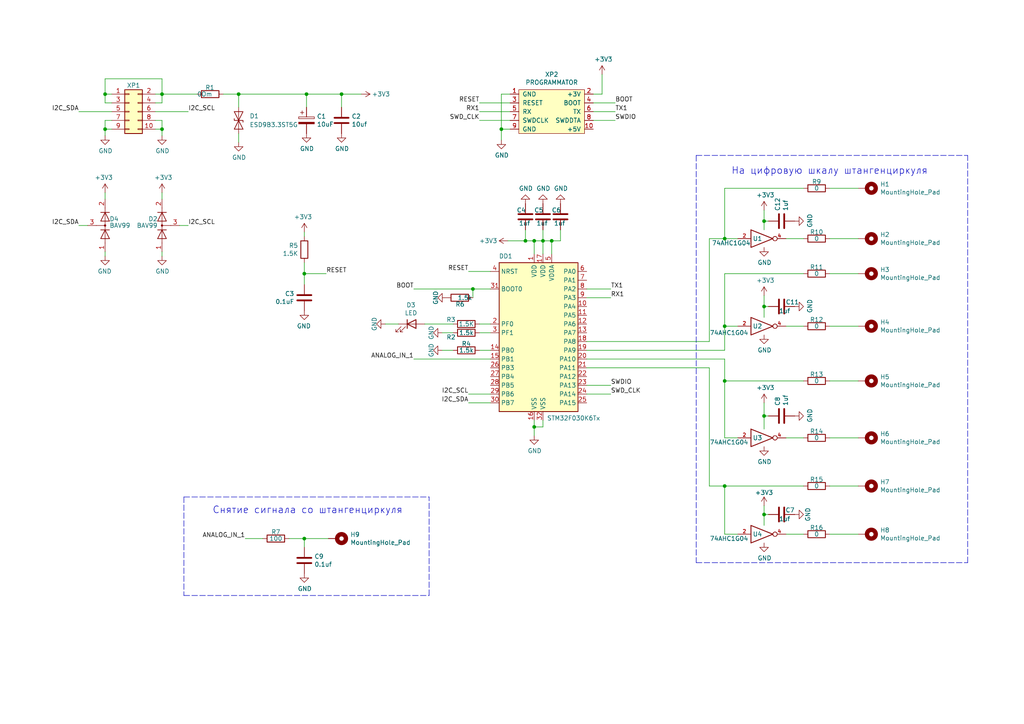
<source format=kicad_sch>
(kicad_sch (version 20211123) (generator eeschema)
  (paper "A4")
  (lib_symbols
    (symbol "74xGxx:74AHC1G04" (pin_names (offset 1.016))
      (property "Reference" "U" (at -2.54 3.81 0))
      (property "Value" "74AHC1G04" (at 0 -3.81 0))
      (symbol "74AHC1G04_0_1"
        (polyline (pts (xy -3.81 2.54) (xy -3.81 -2.54) (xy 2.54 0) (xy -3.81 2.54)) (stroke (width 0.254)))
      )
      (symbol "74AHC1G04_1_1"
        (pin input line (at -7.62 0 0) (length 3.81) (name "~") (number "2"))
        (pin power_in line (at 0 -2.54 270) (length 0) hide (name "GND") (number "3"))
        (pin output inverted (at 6.35 0 180) (length 3.81) (name "~") (number "4"))
        (pin power_in line (at 0 2.54 90) (length 0) hide (name "VCC") (number "5"))
      )
    )
    (symbol "Connector_Generic:Conn_02x05_Odd_Even" (pin_names (offset 1.016) hide)
      (property "Reference" "J" (at 1.27 7.62 0))
      (property "Value" "Conn_02x05_Odd_Even" (at 1.27 -7.62 0))
      (symbol "Conn_02x05_Odd_Even_1_1"
        (rectangle (start -1.27 -4.953) (end 0 -5.207) (stroke (width 0.1524)))
        (rectangle (start -1.27 -2.413) (end 0 -2.667) (stroke (width 0.1524)))
        (rectangle (start -1.27 0.127) (end 0 -0.127) (stroke (width 0.1524)))
        (rectangle (start -1.27 2.667) (end 0 2.413) (stroke (width 0.1524)))
        (rectangle (start -1.27 5.207) (end 0 4.953) (stroke (width 0.1524)))
        (rectangle (start -1.27 6.35) (end 3.81 -6.35) (stroke (width 0.254)) (fill (type background)))
        (rectangle (start 3.81 -4.953) (end 2.54 -5.207) (stroke (width 0.1524)))
        (rectangle (start 3.81 -2.413) (end 2.54 -2.667) (stroke (width 0.1524)))
        (rectangle (start 3.81 0.127) (end 2.54 -0.127) (stroke (width 0.1524)))
        (rectangle (start 3.81 2.667) (end 2.54 2.413) (stroke (width 0.1524)))
        (rectangle (start 3.81 5.207) (end 2.54 4.953) (stroke (width 0.1524)))
        (pin passive line (at -5.08 5.08 0) (length 3.81) (name "Pin_1") (number "1"))
        (pin passive line (at 7.62 -5.08 180) (length 3.81) (name "Pin_10") (number "10"))
        (pin passive line (at 7.62 5.08 180) (length 3.81) (name "Pin_2") (number "2"))
        (pin passive line (at -5.08 2.54 0) (length 3.81) (name "Pin_3") (number "3"))
        (pin passive line (at 7.62 2.54 180) (length 3.81) (name "Pin_4") (number "4"))
        (pin passive line (at -5.08 0 0) (length 3.81) (name "Pin_5") (number "5"))
        (pin passive line (at 7.62 0 180) (length 3.81) (name "Pin_6") (number "6"))
        (pin passive line (at -5.08 -2.54 0) (length 3.81) (name "Pin_7") (number "7"))
        (pin passive line (at 7.62 -2.54 180) (length 3.81) (name "Pin_8") (number "8"))
        (pin passive line (at -5.08 -5.08 0) (length 3.81) (name "Pin_9") (number "9"))
      )
    )
    (symbol "Device:C" (pin_numbers hide) (pin_names (offset 0.254))
      (property "Reference" "C" (at 0.635 2.54 0))
      (property "Value" "C" (at 0.635 -2.54 0))
      (symbol "C_0_1"
        (polyline (pts (xy -2.032 -0.762) (xy 2.032 -0.762)) (stroke (width 0.508)))
        (polyline (pts (xy -2.032 0.762) (xy 2.032 0.762)) (stroke (width 0.508)))
      )
      (symbol "C_1_1"
        (pin passive line (at 0 3.81 270) (length 2.794) (name "~") (number "1"))
        (pin passive line (at 0 -3.81 90) (length 2.794) (name "~") (number "2"))
      )
    )
    (symbol "Device:CP" (pin_numbers hide) (pin_names (offset 0.254))
      (property "Reference" "C" (at 0.635 2.54 0))
      (property "Value" "Device_CP" (at 0.635 -2.54 0))
      (symbol "CP_0_1"
        (rectangle (start -2.286 0.508) (end 2.286 1.016))
        (polyline (pts (xy -1.778 2.286) (xy -0.762 2.286)))
        (polyline (pts (xy -1.27 2.794) (xy -1.27 1.778)))
        (rectangle (start 2.286 -0.508) (end -2.286 -1.016) (fill (type outline)))
      )
      (symbol "CP_1_1"
        (pin passive line (at 0 3.81 270) (length 2.794) (name "~") (number "1"))
        (pin passive line (at 0 -3.81 90) (length 2.794) (name "~") (number "2"))
      )
    )
    (symbol "Device:LED" (pin_numbers hide) (pin_names (offset 1.016) hide)
      (property "Reference" "D" (at 0 2.54 0))
      (property "Value" "LED" (at 0 -2.54 0))
      (symbol "LED_0_1"
        (polyline (pts (xy -1.27 -1.27) (xy -1.27 1.27)) (stroke (width 0.254)))
        (polyline (pts (xy -1.27 0) (xy 1.27 0)))
        (polyline (pts (xy 1.27 -1.27) (xy 1.27 1.27) (xy -1.27 0) (xy 1.27 -1.27)) (stroke (width 0.254)))
        (polyline (pts (xy -3.048 -0.762) (xy -4.572 -2.286) (xy -3.81 -2.286) (xy -4.572 -2.286) (xy -4.572 -1.524)))
        (polyline (pts (xy -1.778 -0.762) (xy -3.302 -2.286) (xy -2.54 -2.286) (xy -3.302 -2.286) (xy -3.302 -1.524)))
      )
      (symbol "LED_1_1"
        (pin passive line (at -3.81 0 0) (length 2.54) (name "K") (number "1"))
        (pin passive line (at 3.81 0 180) (length 2.54) (name "A") (number "2"))
      )
    )
    (symbol "Device:R" (pin_numbers hide) (pin_names (offset 0))
      (property "Reference" "R" (at 2.032 0 90))
      (property "Value" "R" (at 0 0 90))
      (symbol "R_0_1"
        (rectangle (start -1.016 -2.54) (end 1.016 2.54) (stroke (width 0.254)))
      )
      (symbol "R_1_1"
        (pin passive line (at 0 3.81 270) (length 1.27) (name "~") (number "1"))
        (pin passive line (at 0 -3.81 90) (length 1.27) (name "~") (number "2"))
      )
    )
    (symbol "Diode:BAV99" (pin_names hide)
      (property "Reference" "D" (at 0 5.08 0))
      (property "Value" "BAV99" (at 0 2.54 0))
      (symbol "BAV99_0_1"
        (polyline (pts (xy -5.08 0) (xy 5.08 0)))
      )
      (symbol "BAV99_1_1"
        (polyline (pts (xy 0 0) (xy 0 -2.54)))
        (polyline (pts (xy -1.27 -1.27) (xy -1.27 1.27) (xy -1.27 1.27)) (stroke (width 0.2032)))
        (polyline (pts (xy 3.81 1.27) (xy 3.81 -1.27) (xy 3.81 -1.27)) (stroke (width 0.2032)))
        (polyline (pts (xy -3.81 1.27) (xy -1.27 0) (xy -3.81 -1.27) (xy -3.81 1.27) (xy -3.81 1.27) (xy -3.81 1.27)) (stroke (width 0.2032)))
        (polyline (pts (xy 1.27 1.27) (xy 3.81 0) (xy 1.27 -1.27) (xy 1.27 1.27) (xy 1.27 1.27) (xy 1.27 1.27)) (stroke (width 0.2032)))
        (circle (center 0 0) (radius 0.254) (fill (type outline)))
        (pin passive line (at -7.62 0 0) (length 2.54) (name "K") (number "1"))
        (pin passive line (at 7.62 0 180) (length 2.54) (name "A") (number "2"))
        (pin passive line (at 0 -5.08 90) (length 2.54) (name "K") (number "3"))
      )
    )
    (symbol "Diode:ESD9B3.3ST5G" (pin_numbers hide) (pin_names (offset 1.016) hide)
      (property "Reference" "D" (at 0 2.54 0))
      (property "Value" "ESD9B3.3ST5G" (at 0 -2.54 0))
      (symbol "ESD9B3.3ST5G_0_1"
        (polyline (pts (xy 1.27 0) (xy -1.27 0)))
        (polyline (pts (xy -2.54 -1.27) (xy 0 0) (xy -2.54 1.27) (xy -2.54 -1.27)) (stroke (width 0.2032)))
        (polyline (pts (xy 0.508 1.27) (xy 0 1.27) (xy 0 -1.27) (xy -0.508 -1.27)) (stroke (width 0.2032)))
        (polyline (pts (xy 2.54 1.27) (xy 2.54 -1.27) (xy 0 0) (xy 2.54 1.27)) (stroke (width 0.2032)))
      )
      (symbol "ESD9B3.3ST5G_1_1"
        (pin passive line (at -3.81 0 0) (length 2.54) (name "A1") (number "1"))
        (pin passive line (at 3.81 0 180) (length 2.54) (name "A2") (number "2"))
      )
    )
    (symbol "MCU_ST_STM32F0:STM32F030K6Tx"
      (property "Reference" "U" (at -12.7 21.59 0))
      (property "Value" "STM32F030K6Tx" (at 5.08 21.59 0))
      (symbol "STM32F030K6Tx_0_1"
        (rectangle (start -12.7 -22.86) (end 10.16 20.32) (stroke (width 0.254)) (fill (type background)))
      )
      (symbol "STM32F030K6Tx_1_1"
        (pin power_in line (at -2.54 22.86 270) (length 2.54) (name "VDD") (number "1"))
        (pin bidirectional line (at 12.7 7.62 180) (length 2.54) (name "PA4") (number "10"))
        (pin bidirectional line (at 12.7 5.08 180) (length 2.54) (name "PA5") (number "11"))
        (pin bidirectional line (at 12.7 2.54 180) (length 2.54) (name "PA6") (number "12"))
        (pin bidirectional line (at 12.7 0 180) (length 2.54) (name "PA7") (number "13"))
        (pin bidirectional line (at -15.24 -5.08 0) (length 2.54) (name "PB0") (number "14"))
        (pin bidirectional line (at -15.24 -7.62 0) (length 2.54) (name "PB1") (number "15"))
        (pin power_in line (at -2.54 -25.4 90) (length 2.54) (name "VSS") (number "16"))
        (pin power_in line (at 0 22.86 270) (length 2.54) (name "VDD") (number "17"))
        (pin bidirectional line (at 12.7 -2.54 180) (length 2.54) (name "PA8") (number "18"))
        (pin bidirectional line (at 12.7 -5.08 180) (length 2.54) (name "PA9") (number "19"))
        (pin input line (at -15.24 2.54 0) (length 2.54) (name "PF0") (number "2"))
        (pin bidirectional line (at 12.7 -7.62 180) (length 2.54) (name "PA10") (number "20"))
        (pin bidirectional line (at 12.7 -10.16 180) (length 2.54) (name "PA11") (number "21"))
        (pin bidirectional line (at 12.7 -12.7 180) (length 2.54) (name "PA12") (number "22"))
        (pin bidirectional line (at 12.7 -15.24 180) (length 2.54) (name "PA13") (number "23"))
        (pin bidirectional line (at 12.7 -17.78 180) (length 2.54) (name "PA14") (number "24"))
        (pin bidirectional line (at 12.7 -20.32 180) (length 2.54) (name "PA15") (number "25"))
        (pin bidirectional line (at -15.24 -10.16 0) (length 2.54) (name "PB3") (number "26"))
        (pin bidirectional line (at -15.24 -12.7 0) (length 2.54) (name "PB4") (number "27"))
        (pin bidirectional line (at -15.24 -15.24 0) (length 2.54) (name "PB5") (number "28"))
        (pin bidirectional line (at -15.24 -17.78 0) (length 2.54) (name "PB6") (number "29"))
        (pin input line (at -15.24 0 0) (length 2.54) (name "PF1") (number "3"))
        (pin bidirectional line (at -15.24 -20.32 0) (length 2.54) (name "PB7") (number "30"))
        (pin input line (at -15.24 12.7 0) (length 2.54) (name "BOOT0") (number "31"))
        (pin power_in line (at 0 -25.4 90) (length 2.54) (name "VSS") (number "32"))
        (pin input line (at -15.24 17.78 0) (length 2.54) (name "NRST") (number "4"))
        (pin power_in line (at 2.54 22.86 270) (length 2.54) (name "VDDA") (number "5"))
        (pin bidirectional line (at 12.7 17.78 180) (length 2.54) (name "PA0") (number "6"))
        (pin bidirectional line (at 12.7 15.24 180) (length 2.54) (name "PA1") (number "7"))
        (pin bidirectional line (at 12.7 12.7 180) (length 2.54) (name "PA2") (number "8"))
        (pin bidirectional line (at 12.7 10.16 180) (length 2.54) (name "PA3") (number "9"))
      )
    )
    (symbol "Mechanical:MountingHole_Pad" (pin_numbers hide) (pin_names (offset 1.016) hide)
      (property "Reference" "H" (at 0 6.35 0))
      (property "Value" "MountingHole_Pad" (at 0 4.445 0))
      (symbol "MountingHole_Pad_0_1"
        (circle (center 0 1.27) (radius 1.27) (stroke (width 1.27)))
      )
      (symbol "MountingHole_Pad_1_1"
        (pin input line (at 0 -2.54 90) (length 2.54) (name "1") (number "1"))
      )
    )
    (symbol "kicad_Library:PROGRAMMATOR" (pin_names (offset 1.016))
      (property "Reference" "xp" (at -8.89 22.86 0))
      (property "Value" "kicad_Library_PROGRAMMATOR" (at -10.16 5.08 0))
      (symbol "PROGRAMMATOR_0_1"
        (rectangle (start -17.78 20.32) (end 1.27 7.62) (fill (type background)))
      )
      (symbol "PROGRAMMATOR_1_1"
        (pin passive line (at -20.32 19.05 0) (length 2.54) (name "GND") (number "1"))
        (pin power_out line (at 3.81 8.89 180) (length 2.54) (name "+5V") (number "10"))
        (pin power_out line (at 3.81 19.05 180) (length 2.54) (name "+3V") (number "2"))
        (pin input line (at -20.32 16.51 0) (length 2.54) (name "RESET") (number "3"))
        (pin input line (at 3.81 16.51 180) (length 2.54) (name "BOOT") (number "4"))
        (pin input line (at -20.32 13.97 0) (length 2.54) (name "RX") (number "5"))
        (pin output line (at 3.81 13.97 180) (length 2.54) (name "TX") (number "6"))
        (pin input line (at -20.32 11.43 0) (length 2.54) (name "SWDCLK") (number "7"))
        (pin bidirectional line (at 3.81 11.43 180) (length 2.54) (name "SWDDTA") (number "8"))
        (pin passive line (at -20.32 8.89 0) (length 2.54) (name "GND") (number "9"))
      )
    )
    (symbol "power:+3.3V" (power) (pin_names (offset 0))
      (property "Value" "+3.3V" (at 0 3.556 0))
      (symbol "+3.3V_0_1"
        (polyline (pts (xy -0.762 1.27) (xy 0 2.54)))
        (polyline (pts (xy 0 0) (xy 0 2.54)))
        (polyline (pts (xy 0 2.54) (xy 0.762 1.27)))
      )
      (symbol "+3.3V_1_1"
        (pin power_in line (at 0 0 90) (length 0) hide (name "+3V3") (number "1"))
      )
    )
    (symbol "power:GND" (power) (pin_names (offset 0))
      (property "Value" "GND" (at 0 -3.81 0))
      (symbol "GND_0_1"
        (polyline (pts (xy 0 0) (xy 0 -1.27) (xy 1.27 -1.27) (xy 0 -2.54) (xy -1.27 -1.27) (xy 0 -1.27)))
      )
      (symbol "GND_1_1"
        (pin power_in line (at 0 0 270) (length 0) hide (name "GND") (number "1"))
      )
    )
  )
  (junction (at 137.16 83.82))
  (junction (at 30.48 27.305))
  (junction (at 69.215 27.305))
  (junction (at 46.99 37.465))
  (junction (at 99.06 27.305))
  (junction (at 160.02 69.85))
  (junction (at 30.48 37.465))
  (junction (at 210.185 110.49))
  (junction (at 154.94 69.85))
  (junction (at 88.9 27.305))
  (junction (at 221.615 149.225))
  (junction (at 221.615 88.9))
  (junction (at 145.415 37.465))
  (junction (at 88.265 156.21))
  (junction (at 210.185 140.97))
  (junction (at 152.4 69.85))
  (junction (at 210.185 94.615))
  (junction (at 210.185 69.215))
  (junction (at 221.615 64.135))
  (junction (at 221.615 120.65))
  (junction (at 88.265 79.375))
  (junction (at 154.94 123.825))
  (junction (at 157.48 69.85))
  (junction (at 46.99 27.305))
  (wire (pts (xy 227.965 127) (xy 233.045 127)))
  (wire (pts (xy 137.16 83.82) (xy 142.24 83.82)))
  (wire (pts (xy 88.265 67.31) (xy 88.265 68.58)))
  (wire (pts (xy 210.185 140.97) (xy 210.185 154.94)))
  (wire (pts (xy 240.665 54.61) (xy 248.92 54.61)))
  (wire (pts (xy 178.435 34.925) (xy 172.085 34.925)))
  (wire (pts (xy 147.955 34.925) (xy 139.065 34.925)))
  (wire (pts (xy 205.74 99.06) (xy 205.74 69.215)))
  (wire (pts (xy 46.99 73.025) (xy 46.99 74.295)))
  (wire (pts (xy 30.48 22.86) (xy 46.99 22.86)))
  (wire (pts (xy 240.665 140.97) (xy 248.92 140.97)))
  (wire (pts (xy 142.24 104.14) (xy 120.015 104.14)))
  (wire (pts (xy 46.99 37.465) (xy 46.99 39.37)))
  (wire (pts (xy 147.955 37.465) (xy 145.415 37.465)))
  (wire (pts (xy 123.19 93.98) (xy 131.445 93.98)))
  (wire (pts (xy 227.965 94.615) (xy 233.045 94.615)))
  (wire (pts (xy 46.99 27.305) (xy 45.085 27.305)))
  (wire (pts (xy 221.615 88.9) (xy 222.885 88.9)))
  (wire (pts (xy 240.665 154.94) (xy 248.92 154.94)))
  (wire (pts (xy 30.48 27.305) (xy 30.48 29.845)))
  (wire (pts (xy 46.99 29.845) (xy 46.99 27.305)))
  (wire (pts (xy 170.18 106.68) (xy 205.74 106.68)))
  (wire (pts (xy 46.99 34.925) (xy 46.99 37.465)))
  (wire (pts (xy 94.615 79.375) (xy 88.265 79.375)))
  (wire (pts (xy 240.665 69.215) (xy 248.92 69.215)))
  (wire (pts (xy 157.48 123.825) (xy 154.94 123.825)))
  (wire (pts (xy 30.48 37.465) (xy 32.385 37.465)))
  (wire (pts (xy 64.77 27.305) (xy 69.215 27.305)))
  (wire (pts (xy 205.74 69.215) (xy 210.185 69.215)))
  (wire (pts (xy 30.48 55.88) (xy 30.48 57.785)))
  (wire (pts (xy 46.99 55.88) (xy 46.99 57.785)))
  (wire (pts (xy 240.665 110.49) (xy 248.92 110.49)))
  (wire (pts (xy 221.615 120.65) (xy 222.885 120.65)))
  (wire (pts (xy 221.615 120.65) (xy 221.615 124.46)))
  (wire (pts (xy 210.185 140.97) (xy 233.045 140.97)))
  (wire (pts (xy 205.74 140.97) (xy 210.185 140.97)))
  (wire (pts (xy 157.48 69.85) (xy 157.48 73.66)))
  (wire (pts (xy 45.085 37.465) (xy 46.99 37.465)))
  (wire (pts (xy 221.615 64.135) (xy 222.885 64.135)))
  (wire (pts (xy 88.9 27.305) (xy 99.06 27.305)))
  (wire (pts (xy 172.085 27.305) (xy 174.625 27.305)))
  (wire (pts (xy 154.94 69.85) (xy 154.94 73.66)))
  (wire (pts (xy 174.625 27.305) (xy 174.625 21.59)))
  (wire (pts (xy 135.89 78.74) (xy 142.24 78.74)))
  (wire (pts (xy 227.965 69.215) (xy 233.045 69.215)))
  (wire (pts (xy 154.94 126.365) (xy 154.94 123.825)))
  (wire (pts (xy 221.615 64.135) (xy 221.615 66.675)))
  (wire (pts (xy 210.185 94.615) (xy 213.995 94.615)))
  (wire (pts (xy 221.615 60.96) (xy 221.615 64.135)))
  (wire (pts (xy 139.065 29.845) (xy 147.955 29.845)))
  (wire (pts (xy 115.57 93.98) (xy 111.76 93.98)))
  (wire (pts (xy 221.615 149.225) (xy 222.885 149.225)))
  (wire (pts (xy 32.385 32.385) (xy 22.86 32.385)))
  (wire (pts (xy 45.085 34.925) (xy 46.99 34.925)))
  (wire (pts (xy 160.02 69.85) (xy 157.48 69.85)))
  (wire (pts (xy 177.165 111.76) (xy 170.18 111.76)))
  (wire (pts (xy 131.445 101.6) (xy 128.27 101.6)))
  (wire (pts (xy 205.74 106.68) (xy 205.74 140.97)))
  (wire (pts (xy 170.18 99.06) (xy 205.74 99.06)))
  (wire (pts (xy 157.48 66.675) (xy 157.48 69.85)))
  (wire (pts (xy 210.185 110.49) (xy 233.045 110.49)))
  (wire (pts (xy 145.415 27.305) (xy 147.955 27.305)))
  (wire (pts (xy 30.48 37.465) (xy 30.48 39.37)))
  (wire (pts (xy 210.185 127) (xy 213.995 127)))
  (wire (pts (xy 210.185 54.61) (xy 233.045 54.61)))
  (wire (pts (xy 177.165 83.82) (xy 170.18 83.82)))
  (wire (pts (xy 210.185 94.615) (xy 210.185 101.6)))
  (polyline (pts (xy 53.34 144.145) (xy 124.46 144.145)))
  (wire (pts (xy 142.24 101.6) (xy 139.065 101.6)))
  (polyline (pts (xy 201.93 45.085) (xy 201.93 163.195)))
  (wire (pts (xy 170.18 104.14) (xy 210.185 104.14)))
  (wire (pts (xy 83.82 156.21) (xy 88.265 156.21)))
  (polyline (pts (xy 53.34 144.145) (xy 53.34 172.72)))
  (wire (pts (xy 99.06 31.115) (xy 99.06 27.305)))
  (wire (pts (xy 30.48 34.925) (xy 30.48 37.465)))
  (wire (pts (xy 142.24 96.52) (xy 139.065 96.52)))
  (wire (pts (xy 147.32 69.85) (xy 152.4 69.85)))
  (wire (pts (xy 139.065 93.98) (xy 142.24 93.98)))
  (wire (pts (xy 131.445 96.52) (xy 128.27 96.52)))
  (wire (pts (xy 142.24 114.3) (xy 135.89 114.3)))
  (wire (pts (xy 240.665 94.615) (xy 248.92 94.615)))
  (wire (pts (xy 240.665 79.375) (xy 248.92 79.375)))
  (polyline (pts (xy 201.93 163.195) (xy 280.67 163.195)))
  (wire (pts (xy 221.615 85.725) (xy 221.615 88.9)))
  (wire (pts (xy 145.415 37.465) (xy 145.415 27.305)))
  (wire (pts (xy 221.615 146.685) (xy 221.615 149.225)))
  (wire (pts (xy 25.4 65.405) (xy 22.86 65.405)))
  (wire (pts (xy 172.085 32.385) (xy 178.435 32.385)))
  (wire (pts (xy 88.265 156.21) (xy 95.25 156.21)))
  (wire (pts (xy 46.99 27.305) (xy 57.15 27.305)))
  (wire (pts (xy 69.215 27.305) (xy 88.9 27.305)))
  (wire (pts (xy 221.615 149.225) (xy 221.615 152.4)))
  (wire (pts (xy 142.24 116.84) (xy 135.89 116.84)))
  (polyline (pts (xy 124.46 172.72) (xy 124.46 144.145)))
  (wire (pts (xy 178.435 29.845) (xy 172.085 29.845)))
  (wire (pts (xy 88.265 82.55) (xy 88.265 79.375)))
  (wire (pts (xy 210.185 79.375) (xy 233.045 79.375)))
  (wire (pts (xy 154.94 69.85) (xy 157.48 69.85)))
  (wire (pts (xy 162.56 69.85) (xy 160.02 69.85)))
  (polyline (pts (xy 280.67 163.195) (xy 280.67 45.085)))
  (wire (pts (xy 45.085 32.385) (xy 54.61 32.385)))
  (wire (pts (xy 137.16 86.36) (xy 137.16 83.82)))
  (wire (pts (xy 221.615 116.84) (xy 221.615 120.65)))
  (polyline (pts (xy 53.34 172.72) (xy 124.46 172.72)))
  (wire (pts (xy 210.185 69.215) (xy 213.995 69.215)))
  (wire (pts (xy 170.18 101.6) (xy 210.185 101.6)))
  (wire (pts (xy 45.085 29.845) (xy 46.99 29.845)))
  (wire (pts (xy 160.02 73.66) (xy 160.02 69.85)))
  (polyline (pts (xy 201.93 45.085) (xy 280.67 45.085)))
  (wire (pts (xy 145.415 37.465) (xy 145.415 40.64)))
  (wire (pts (xy 120.015 83.82) (xy 137.16 83.82)))
  (wire (pts (xy 69.215 38.735) (xy 69.215 41.275)))
  (wire (pts (xy 210.185 79.375) (xy 210.185 94.615)))
  (wire (pts (xy 32.385 34.925) (xy 30.48 34.925)))
  (wire (pts (xy 210.185 104.14) (xy 210.185 110.49)))
  (wire (pts (xy 240.665 127) (xy 248.92 127)))
  (wire (pts (xy 157.48 121.92) (xy 157.48 123.825)))
  (wire (pts (xy 32.385 29.845) (xy 30.48 29.845)))
  (wire (pts (xy 88.265 79.375) (xy 88.265 76.2)))
  (wire (pts (xy 139.065 32.385) (xy 147.955 32.385)))
  (wire (pts (xy 32.385 27.305) (xy 30.48 27.305)))
  (wire (pts (xy 162.56 66.675) (xy 162.56 69.85)))
  (wire (pts (xy 69.215 31.115) (xy 69.215 27.305)))
  (wire (pts (xy 30.48 73.025) (xy 30.48 74.295)))
  (wire (pts (xy 88.265 158.75) (xy 88.265 156.21)))
  (wire (pts (xy 177.165 114.3) (xy 170.18 114.3)))
  (wire (pts (xy 30.48 27.305) (xy 30.48 22.86)))
  (wire (pts (xy 177.165 86.36) (xy 170.18 86.36)))
  (wire (pts (xy 88.9 27.305) (xy 88.9 31.115)))
  (wire (pts (xy 210.185 110.49) (xy 210.185 127)))
  (wire (pts (xy 227.965 154.94) (xy 233.045 154.94)))
  (wire (pts (xy 99.06 27.305) (xy 104.775 27.305)))
  (wire (pts (xy 152.4 66.675) (xy 152.4 69.85)))
  (wire (pts (xy 221.615 88.9) (xy 221.615 92.075)))
  (wire (pts (xy 210.185 154.94) (xy 213.995 154.94)))
  (wire (pts (xy 152.4 69.85) (xy 154.94 69.85)))
  (wire (pts (xy 46.99 22.86) (xy 46.99 27.305)))
  (wire (pts (xy 210.185 54.61) (xy 210.185 69.215)))
  (wire (pts (xy 76.2 156.21) (xy 71.12 156.21)))
  (wire (pts (xy 52.07 65.405) (xy 54.61 65.405)))
  (wire (pts (xy 154.94 123.825) (xy 154.94 121.92)))
  (text "На цифровую шкалу штангенциркуля" (at 212.09 50.8 0) (effects (font (size 2 2)) (justify left bottom)))
  (text "Снятие сигнала со штангенциркуля" (at 61.595 149.225 0) (effects (font (size 2 2)) (justify left bottom)))
  (label "I2C_SCL" (at 135.89 114.3 180))
  (label "RX1" (at 177.165 86.36 0))
  (label "BOOT" (at 120.015 83.82 180))
  (label "RESET" (at 139.065 29.845 180))
  (label "I2C_SDA" (at 22.86 65.405 180))
  (label "SWD_CLK" (at 177.165 114.3 0))
  (label "SWDIO" (at 178.435 34.925 0))
  (label "BOOT" (at 178.435 29.845 0))
  (label "I2C_SCL" (at 54.61 32.385 0))
  (label "ANALOG_IN_1" (at 120.015 104.14 180))
  (label "ANALOG_IN_1" (at 71.12 156.21 180))
  (label "TX1" (at 178.435 32.385 0))
  (label "I2C_SDA" (at 22.86 32.385 180))
  (label "RESET" (at 94.615 79.375 0))
  (label "I2C_SDA" (at 135.89 116.84 180))
  (label "SWDIO" (at 177.165 111.76 0))
  (label "SWD_CLK" (at 139.065 34.925 180))
  (label "RESET" (at 135.89 78.74 180))
  (label "RX1" (at 139.065 32.385 180))
  (label "TX1" (at 177.165 83.82 0))
  (label "I2C_SCL" (at 54.61 65.405 0))
  (symbol (lib_id "MCU_ST_STM32F0:STM32F030K6Tx") (at 157.48 96.52 0) (unit 1)
    (property "Reference" "DD1" (at 146.685 74.295 0))
    (property "Value" "STM32F030K6Tx" (at 166.37 121.285 0))
    (property "Footprint" "Package_QFP:LQFP-32_7x7mm_P0.8mm" (effects hide))
    (property "Datasheet" "http://www.st.com/st-web-ui/static/active/en/resource/technical/document/datasheet/DM00088500.pdf" (effects hide))
  )
  (symbol (lib_id "74xGxx:74AHC1G04") (at 221.615 69.215 0) (unit 1)
    (property "Reference" "U1" (at 219.71 69.215 0))
    (property "Value" "74AHC1G04" (at 212.09 70.485 0))
    (property "Footprint" "Package_TO_SOT_SMD:SOT-23-5" (effects hide))
    (property "Datasheet" "http://www.ti.com/lit/sg/scyt129e/scyt129e.pdf" (effects hide))
  )
  (symbol (lib_id "74xGxx:74AHC1G04") (at 221.615 94.615 0) (unit 1)
    (property "Reference" "U2" (at 219.71 94.615 0))
    (property "Value" "74AHC1G04" (at 211.455 96.52 0))
    (property "Footprint" "Package_TO_SOT_SMD:SOT-23-5" (effects hide))
    (property "Datasheet" "http://www.ti.com/lit/sg/scyt129e/scyt129e.pdf" (effects hide))
  )
  (symbol (lib_id "74xGxx:74AHC1G04") (at 221.615 127 0) (unit 1)
    (property "Reference" "U3" (at 219.71 127 0))
    (property "Value" "74AHC1G04" (at 211.455 128.27 0))
    (property "Footprint" "Package_TO_SOT_SMD:SOT-23-5" (effects hide))
    (property "Datasheet" "http://www.ti.com/lit/sg/scyt129e/scyt129e.pdf" (effects hide))
  )
  (symbol (lib_id "74xGxx:74AHC1G04") (at 221.615 154.94 0) (unit 1)
    (property "Reference" "U4" (at 219.71 154.94 0))
    (property "Value" "74AHC1G04" (at 211.455 156.21 0))
    (property "Footprint" "Package_TO_SOT_SMD:SOT-23-5" (effects hide))
    (property "Datasheet" "http://www.ti.com/lit/sg/scyt129e/scyt129e.pdf" (effects hide))
  )
  (symbol (lib_id "Mechanical:MountingHole_Pad") (at 251.46 54.61 270) (unit 1)
    (property "Reference" "H1" (at 255.27 53.4416 90) (effects (justify left)))
    (property "Value" "MountingHole_Pad" (at 255.27 55.753 90) (effects (justify left)))
  )
  (symbol (lib_id "Mechanical:MountingHole_Pad") (at 251.46 69.215 270) (unit 1)
    (property "Reference" "H2" (at 255.27 68.0466 90) (effects (justify left)))
    (property "Value" "MountingHole_Pad" (at 255.27 70.358 90) (effects (justify left)))
  )
  (symbol (lib_id "Mechanical:MountingHole_Pad") (at 251.46 79.375 270) (unit 1)
    (property "Reference" "H3" (at 255.27 78.2066 90) (effects (justify left)))
    (property "Value" "MountingHole_Pad" (at 255.27 80.518 90) (effects (justify left)))
  )
  (symbol (lib_id "Mechanical:MountingHole_Pad") (at 251.46 94.615 270) (unit 1)
    (property "Reference" "H4" (at 255.27 93.4466 90) (effects (justify left)))
    (property "Value" "MountingHole_Pad" (at 255.27 95.758 90) (effects (justify left)))
  )
  (symbol (lib_id "Mechanical:MountingHole_Pad") (at 251.46 110.49 270) (unit 1)
    (property "Reference" "H5" (at 255.27 109.3216 90) (effects (justify left)))
    (property "Value" "MountingHole_Pad" (at 255.27 111.633 90) (effects (justify left)))
  )
  (symbol (lib_id "Mechanical:MountingHole_Pad") (at 251.46 127 270) (unit 1)
    (property "Reference" "H6" (at 255.27 125.8316 90) (effects (justify left)))
    (property "Value" "MountingHole_Pad" (at 255.27 128.143 90) (effects (justify left)))
  )
  (symbol (lib_id "Mechanical:MountingHole_Pad") (at 251.46 140.97 270) (unit 1)
    (property "Reference" "H7" (at 255.27 139.8016 90) (effects (justify left)))
    (property "Value" "MountingHole_Pad" (at 255.27 142.113 90) (effects (justify left)))
  )
  (symbol (lib_id "Mechanical:MountingHole_Pad") (at 251.46 154.94 270) (unit 1)
    (property "Reference" "H8" (at 255.27 153.7716 90) (effects (justify left)))
    (property "Value" "MountingHole_Pad" (at 255.27 156.083 90) (effects (justify left)))
  )
  (symbol (lib_id "Connector_Generic:Conn_02x05_Odd_Even") (at 37.465 32.385 0) (unit 1)
    (property "Reference" "XP1" (at 38.735 24.765 0))
    (property "Value" "Conn_02x05_Odd_Even" (effects hide))
    (property "Footprint" "Connector_PinHeader_2.54mm:PinHeader_2x05_P2.54mm_Horizontal" (effects hide))
  )
  (symbol (lib_id "power:GND") (at 30.48 39.37 0) (unit 1)
    (property "Reference" "#PWR03" (effects hide))
    (property "Value" "GND" (at 30.607 43.7642 0))
  )
  (symbol (lib_id "power:GND") (at 46.99 39.37 0) (unit 1)
    (property "Reference" "#PWR09" (effects hide))
    (property "Value" "GND" (at 47.117 43.7642 0))
  )
  (symbol (lib_id "kicad_Library:PROGRAMMATOR") (at 168.275 46.355 0) (unit 1)
    (property "Reference" "XP2" (at 160.02 21.59 0))
    (property "Value" "PROGRAMMATOR" (at 160.02 23.9014 0))
    (property "Footprint" "Connector_PinHeader_2.54mm:PinHeader_2x05_P2.54mm_Vertical" (effects hide))
  )
  (symbol (lib_id "power:+3.3V") (at 174.625 21.59 0) (unit 1)
    (property "Reference" "#PWR010" (effects hide))
    (property "Value" "+3.3V" (at 175.006 17.1958 0))
  )
  (symbol (lib_id "power:GND") (at 145.415 40.64 0) (unit 1)
    (property "Reference" "#PWR01" (effects hide))
    (property "Value" "GND" (at 145.542 45.0342 0))
  )
  (symbol (lib_id "power:GND") (at 154.94 126.365 0) (unit 1)
    (property "Reference" "#PWR028" (effects hide))
    (property "Value" "GND" (at 155.067 130.7592 0))
  )
  (symbol (lib_id "Device:LED") (at 119.38 93.98 0) (unit 1)
    (property "Reference" "D3" (at 119.2022 88.4682 0))
    (property "Value" "LED" (at 119.2022 90.7796 0))
    (property "Footprint" "LED_SMD:LED_0603_1608Metric_Pad1.05x0.95mm_HandSolder" (effects hide))
  )
  (symbol (lib_id "Device:R") (at 135.255 93.98 270) (unit 1)
    (property "Reference" "R3" (at 130.81 92.71 90))
    (property "Value" "1.5K" (at 135.255 93.98 90))
    (property "Footprint" "Resistor_SMD:R_0603_1608Metric" (effects hide))
  )
  (symbol (lib_id "power:GND") (at 111.76 93.98 270) (unit 1)
    (property "Reference" "#PWR012" (effects hide))
    (property "Value" "GND" (at 108.585 93.98 0))
  )
  (symbol (lib_id "Mechanical:MountingHole_Pad") (at 97.79 156.21 270) (unit 1)
    (property "Reference" "H9" (at 101.6 155.0416 90) (effects (justify left)))
    (property "Value" "MountingHole_Pad" (at 101.6 157.353 90) (effects (justify left)))
  )
  (symbol (lib_id "Device:C") (at 152.4 62.865 0) (mirror x) (unit 1)
    (property "Reference" "C4" (at 149.86 60.96 0) (effects (justify left)))
    (property "Value" "1uf" (at 150.495 64.77 0) (effects (justify left)))
    (property "Footprint" "Capacitor_SMD:C_0603_1608Metric_Pad1.08x0.95mm_HandSolder" (effects hide))
  )
  (symbol (lib_id "Device:CP") (at 88.9 34.925 0) (unit 1)
    (property "Reference" "C1" (at 91.8972 33.7566 0) (effects (justify left)))
    (property "Value" "10uF" (at 91.8972 36.068 0) (effects (justify left)))
    (property "Footprint" "Capacitor_Tantalum_SMD:CP_EIA-3528-15_AVX-H" (effects hide))
  )
  (symbol (lib_id "power:GND") (at 88.9 38.735 0) (unit 1)
    (property "Reference" "#PWR05" (effects hide))
    (property "Value" "GND" (at 89.027 43.1292 0))
  )
  (symbol (lib_id "power:GND") (at 152.4 59.055 0) (mirror x) (unit 1)
    (property "Reference" "#PWR024" (effects hide))
    (property "Value" "GND" (at 152.527 54.6608 0))
  )
  (symbol (lib_id "power:+3.3V") (at 147.32 69.85 90) (unit 1)
    (property "Reference" "#PWR023" (effects hide))
    (property "Value" "+3.3V" (at 141.605 69.85 90))
  )
  (symbol (lib_id "Device:C") (at 157.48 62.865 0) (mirror x) (unit 1)
    (property "Reference" "C5" (at 154.94 60.96 0) (effects (justify left)))
    (property "Value" "1uf" (at 155.575 64.77 0) (effects (justify left)))
    (property "Footprint" "Capacitor_SMD:C_0603_1608Metric_Pad1.08x0.95mm_HandSolder" (effects hide))
  )
  (symbol (lib_id "power:GND") (at 157.48 59.055 0) (mirror x) (unit 1)
    (property "Reference" "#PWR026" (effects hide))
    (property "Value" "GND" (at 157.607 54.6608 0))
  )
  (symbol (lib_id "Device:C") (at 162.56 62.865 0) (mirror x) (unit 1)
    (property "Reference" "C6" (at 160.02 60.96 0) (effects (justify left)))
    (property "Value" "1uf" (at 160.655 64.77 0) (effects (justify left)))
    (property "Footprint" "Capacitor_SMD:C_0603_1608Metric_Pad1.08x0.95mm_HandSolder" (effects hide))
  )
  (symbol (lib_id "power:GND") (at 162.56 59.055 0) (mirror x) (unit 1)
    (property "Reference" "#PWR033" (effects hide))
    (property "Value" "GND" (at 162.687 54.6608 0))
  )
  (symbol (lib_id "Device:C") (at 226.695 149.225 90) (unit 1)
    (property "Reference" "C7" (at 230.505 147.955 90) (effects (justify left)))
    (property "Value" "1uf" (at 229.235 150.495 90) (effects (justify left)))
    (property "Footprint" "Capacitor_SMD:C_0603_1608Metric_Pad1.08x0.95mm_HandSolder" (effects hide))
  )
  (symbol (lib_id "power:GND") (at 230.505 149.225 90) (unit 1)
    (property "Reference" "#PWR035" (effects hide))
    (property "Value" "GND" (at 234.315 149.225 0))
  )
  (symbol (lib_id "power:+3.3V") (at 221.615 146.685 0) (unit 1)
    (property "Reference" "#PWR034" (effects hide))
    (property "Value" "+3.3V" (at 221.615 142.875 0))
  )
  (symbol (lib_id "Device:C") (at 226.695 120.65 90) (unit 1)
    (property "Reference" "C8" (at 225.5266 117.729 0) (effects (justify left)))
    (property "Value" "1uf" (at 227.838 117.729 0) (effects (justify left)))
    (property "Footprint" "Capacitor_SMD:C_0603_1608Metric_Pad1.08x0.95mm_HandSolder" (effects hide))
  )
  (symbol (lib_id "power:GND") (at 230.505 120.65 90) (unit 1)
    (property "Reference" "#PWR037" (effects hide))
    (property "Value" "GND" (at 234.8992 120.523 0))
  )
  (symbol (lib_id "power:+3.3V") (at 221.615 116.84 0) (unit 1)
    (property "Reference" "#PWR036" (effects hide))
    (property "Value" "+3.3V" (at 221.996 112.4458 0))
  )
  (symbol (lib_id "Device:C") (at 226.695 88.9 90) (unit 1)
    (property "Reference" "C11" (at 231.775 87.63 90) (effects (justify left)))
    (property "Value" "1uf" (at 229.235 90.17 90) (effects (justify left)))
    (property "Footprint" "Capacitor_SMD:C_0603_1608Metric_Pad1.08x0.95mm_HandSolder" (effects hide))
  )
  (symbol (lib_id "power:GND") (at 221.615 97.155 0) (unit 1)
    (property "Reference" "#PWR041" (effects hide))
    (property "Value" "GND" (at 221.742 101.5492 0))
  )
  (symbol (lib_id "power:+3.3V") (at 221.615 85.725 0) (unit 1)
    (property "Reference" "#PWR040" (effects hide))
    (property "Value" "+3.3V" (at 221.996 81.3308 0))
  )
  (symbol (lib_id "Device:C") (at 226.695 64.135 90) (unit 1)
    (property "Reference" "C12" (at 225.5266 61.214 0) (effects (justify left)))
    (property "Value" "1uf" (at 227.838 61.214 0) (effects (justify left)))
    (property "Footprint" "Capacitor_SMD:C_0603_1608Metric_Pad1.08x0.95mm_HandSolder" (effects hide))
  )
  (symbol (lib_id "power:GND") (at 230.505 64.135 90) (unit 1)
    (property "Reference" "#PWR043" (effects hide))
    (property "Value" "GND" (at 234.8992 64.008 0))
  )
  (symbol (lib_id "power:+3.3V") (at 221.615 60.96 0) (unit 1)
    (property "Reference" "#PWR042" (effects hide))
    (property "Value" "+3.3V" (at 221.996 56.5658 0))
  )
  (symbol (lib_id "Device:C") (at 88.265 162.56 0) (unit 1)
    (property "Reference" "C9" (at 91.186 161.3916 0) (effects (justify left)))
    (property "Value" "0.1uf" (at 91.186 163.703 0) (effects (justify left)))
    (property "Footprint" "Capacitor_SMD:C_0603_1608Metric_Pad1.08x0.95mm_HandSolder" (effects hide))
  )
  (symbol (lib_id "Device:R") (at 80.01 156.21 270) (unit 1)
    (property "Reference" "R7" (at 80.01 154.305 90))
    (property "Value" "100" (at 80.01 156.21 90))
    (property "Footprint" "Resistor_SMD:R_0603_1608Metric" (effects hide))
  )
  (symbol (lib_id "power:GND") (at 88.265 166.37 0) (unit 1)
    (property "Reference" "#PWR038" (effects hide))
    (property "Value" "GND" (at 88.392 170.7642 0))
  )
  (symbol (lib_id "Device:C") (at 99.06 34.925 0) (unit 1)
    (property "Reference" "C2" (at 101.981 33.7566 0) (effects (justify left)))
    (property "Value" "10uf" (at 101.981 36.068 0) (effects (justify left)))
    (property "Footprint" "Capacitor_SMD:C_0603_1608Metric_Pad1.08x0.95mm_HandSolder" (effects hide))
  )
  (symbol (lib_id "power:GND") (at 99.06 38.735 0) (unit 1)
    (property "Reference" "#PWR07" (effects hide))
    (property "Value" "GND" (at 99.187 43.1292 0))
  )
  (symbol (lib_id "Device:R") (at 133.35 86.36 90) (unit 1)
    (property "Reference" "R6" (at 132.08 88.265 90) (effects (justify right)))
    (property "Value" "1.5k" (at 132.715 86.36 90) (effects (justify right)))
    (property "Footprint" "Resistor_SMD:R_0603_1608Metric" (effects hide))
  )
  (symbol (lib_id "power:GND") (at 129.54 86.36 270) (unit 1)
    (property "Reference" "#PWR022" (effects hide))
    (property "Value" "GND" (at 126.365 86.36 0))
  )
  (symbol (lib_id "Device:R") (at 88.265 72.39 0) (mirror x) (unit 1)
    (property "Reference" "R5" (at 86.487 71.2216 0) (effects (justify right)))
    (property "Value" "1.5K" (at 86.487 73.533 0) (effects (justify right)))
    (property "Footprint" "Resistor_SMD:R_0603_1608Metric" (effects hide))
  )
  (symbol (lib_id "Device:C") (at 88.265 86.36 0) (mirror y) (unit 1)
    (property "Reference" "C3" (at 85.344 85.1916 0) (effects (justify left)))
    (property "Value" "0.1uF" (at 85.344 87.503 0) (effects (justify left)))
    (property "Footprint" "Capacitor_SMD:C_0603_1608Metric_Pad1.08x0.95mm_HandSolder" (effects hide))
  )
  (symbol (lib_id "power:GND") (at 88.265 90.17 0) (mirror y) (unit 1)
    (property "Reference" "#PWR019" (effects hide))
    (property "Value" "GND" (at 88.138 94.5642 0))
  )
  (symbol (lib_id "power:+3.3V") (at 88.265 67.31 0) (mirror y) (unit 1)
    (property "Reference" "#PWR018" (effects hide))
    (property "Value" "+3.3V" (at 87.884 62.9158 0))
  )
  (symbol (lib_id "Device:R") (at 236.855 54.61 270) (unit 1)
    (property "Reference" "R9" (at 236.855 52.705 90))
    (property "Value" "0" (at 236.855 54.61 90))
    (property "Footprint" "Resistor_SMD:R_0603_1608Metric" (effects hide))
  )
  (symbol (lib_id "Device:R") (at 236.855 69.215 270) (unit 1)
    (property "Reference" "R10" (at 236.855 67.31 90))
    (property "Value" "0" (at 236.855 69.215 90))
    (property "Footprint" "Resistor_SMD:R_0603_1608Metric" (effects hide))
  )
  (symbol (lib_id "Device:R") (at 236.855 79.375 270) (unit 1)
    (property "Reference" "R11" (at 236.855 77.47 90))
    (property "Value" "0" (at 236.855 79.375 90))
    (property "Footprint" "Resistor_SMD:R_0603_1608Metric" (effects hide))
  )
  (symbol (lib_id "Device:R") (at 236.855 94.615 270) (unit 1)
    (property "Reference" "R12" (at 236.855 92.71 90))
    (property "Value" "0" (at 236.855 94.615 90))
    (property "Footprint" "Resistor_SMD:R_0603_1608Metric" (effects hide))
  )
  (symbol (lib_id "Device:R") (at 236.855 110.49 270) (unit 1)
    (property "Reference" "R13" (at 236.855 108.585 90))
    (property "Value" "0" (at 236.855 110.49 90))
    (property "Footprint" "Resistor_SMD:R_0603_1608Metric" (effects hide))
  )
  (symbol (lib_id "Device:R") (at 236.855 127 270) (unit 1)
    (property "Reference" "R14" (at 236.855 125.095 90))
    (property "Value" "0" (at 236.855 127 90))
    (property "Footprint" "Resistor_SMD:R_0603_1608Metric" (effects hide))
  )
  (symbol (lib_id "Device:R") (at 236.855 140.97 270) (unit 1)
    (property "Reference" "R15" (at 236.855 139.065 90))
    (property "Value" "0" (at 236.855 140.97 90))
    (property "Footprint" "Resistor_SMD:R_0603_1608Metric" (effects hide))
  )
  (symbol (lib_id "Device:R") (at 236.855 154.94 270) (unit 1)
    (property "Reference" "R16" (at 236.855 153.035 90))
    (property "Value" "0" (at 236.855 154.94 90))
    (property "Footprint" "Resistor_SMD:R_0603_1608Metric" (effects hide))
  )
  (symbol (lib_id "Device:R") (at 135.255 96.52 270) (unit 1)
    (property "Reference" "R2" (at 130.81 97.79 90))
    (property "Value" "1.5k" (at 135.255 96.52 90))
    (property "Footprint" "Resistor_SMD:R_0603_1608Metric" (effects hide))
  )
  (symbol (lib_id "Device:R") (at 135.255 101.6 270) (unit 1)
    (property "Reference" "R4" (at 135.255 99.695 90))
    (property "Value" "1.5k" (at 135.255 101.6 90))
    (property "Footprint" "Resistor_SMD:R_0603_1608Metric" (effects hide))
  )
  (symbol (lib_id "power:GND") (at 128.27 96.52 270) (unit 1)
    (property "Reference" "#PWR016" (effects hide))
    (property "Value" "GND" (at 125.095 96.52 0))
  )
  (symbol (lib_id "power:GND") (at 128.27 101.6 270) (unit 1)
    (property "Reference" "#PWR017" (effects hide))
    (property "Value" "GND" (at 125.095 101.6 0))
  )
  (symbol (lib_id "power:+3.3V") (at 30.48 55.88 0) (mirror y) (unit 1)
    (property "Reference" "#PWR020" (effects hide))
    (property "Value" "+3.3V" (at 30.099 51.4858 0))
  )
  (symbol (lib_id "power:GND") (at 46.99 74.295 0) (unit 1)
    (property "Reference" "#PWR015" (effects hide))
    (property "Value" "GND" (at 47.117 78.6892 0))
  )
  (symbol (lib_id "Diode:BAV99") (at 46.99 65.405 90) (unit 1)
    (property "Reference" "D2" (at 45.72 63.5 90) (effects (justify left)))
    (property "Value" "BAV99" (at 45.72 65.405 90) (effects (justify left)))
    (property "Footprint" "Package_TO_SOT_SMD:SOT-23" (effects hide))
    (property "Datasheet" "https://assets.nexperia.com/documents/data-sheet/BAV99_SER.pdf" (effects hide))
  )
  (symbol (lib_id "power:GND") (at 230.505 88.9 90) (unit 1)
    (property "Reference" "#PWR0102" (effects hide))
    (property "Value" "GND" (at 234.8992 88.773 0))
  )
  (symbol (lib_id "power:GND") (at 30.48 74.295 0) (mirror y) (unit 1)
    (property "Reference" "#PWR021" (effects hide))
    (property "Value" "GND" (at 30.353 78.6892 0))
  )
  (symbol (lib_id "power:GND") (at 221.615 71.755 0) (unit 1)
    (property "Reference" "#PWR0104" (effects hide))
    (property "Value" "GND" (at 221.742 76.1492 0))
  )
  (symbol (lib_id "Device:R") (at 60.96 27.305 270) (unit 1)
    (property "Reference" "R1" (at 62.23 25.4 90) (effects (justify right)))
    (property "Value" "0Om" (at 61.595 27.305 90) (effects (justify right)))
    (property "Footprint" "Resistor_SMD:R_0603_1608Metric" (effects hide))
  )
  (symbol (lib_id "Diode:BAV99") (at 30.48 65.405 270) (mirror x) (unit 1)
    (property "Reference" "D4" (at 31.75 63.5 90) (effects (justify left)))
    (property "Value" "BAV99" (at 31.75 65.405 90) (effects (justify left)))
    (property "Footprint" "Package_TO_SOT_SMD:SOT-23" (effects hide))
    (property "Datasheet" "https://assets.nexperia.com/documents/data-sheet/BAV99_SER.pdf" (effects hide))
  )
  (symbol (lib_id "power:+3.3V") (at 46.99 55.88 0) (unit 1)
    (property "Reference" "#PWR014" (effects hide))
    (property "Value" "+3.3V" (at 47.371 51.4858 0))
  )
  (symbol (lib_id "power:GND") (at 69.215 41.275 0) (unit 1)
    (property "Reference" "#PWR013" (effects hide))
    (property "Value" "GND" (at 69.342 45.6692 0))
  )
  (symbol (lib_id "power:+3.3V") (at 104.775 27.305 270) (unit 1)
    (property "Reference" "#PWR011" (effects hide))
    (property "Value" "+3.3V" (at 110.49 27.305 90))
  )
  (symbol (lib_id "Diode:ESD9B3.3ST5G") (at 69.215 34.925 90) (unit 1)
    (property "Reference" "D1" (at 72.39 33.6549 90) (effects (justify right)))
    (property "Value" "ESD9B3.3ST5G" (at 72.39 36.1949 90) (effects (justify right)))
    (property "Footprint" "Diode_SMD:D_SOD-923" (effects hide))
    (property "Datasheet" "https://www.onsemi.com/pub/Collateral/ESD9B-D.PDF" (effects hide))
  )
  (symbol (lib_id "power:GND") (at 221.615 129.54 0) (unit 1)
    (property "Reference" "#PWR0101" (effects hide))
    (property "Value" "GND" (at 221.742 133.9342 0))
  )
  (symbol (lib_id "power:GND") (at 221.615 157.48 0) (unit 1)
    (property "Reference" "#PWR0103" (effects hide))
    (property "Value" "GND" (at 221.742 161.8742 0))
  )
)
</source>
